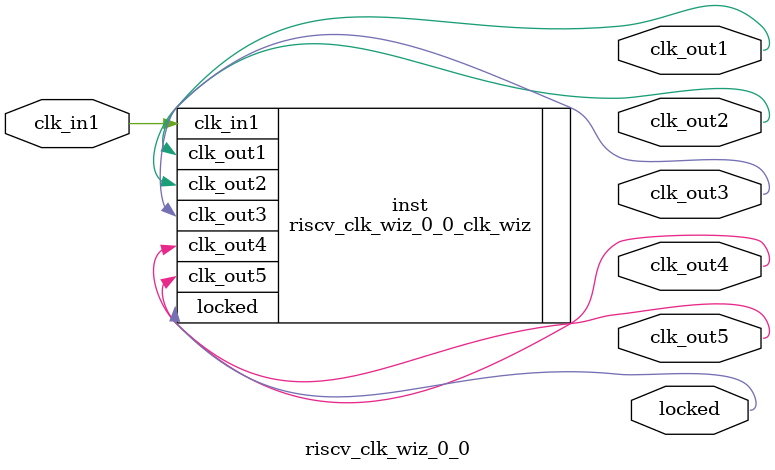
<source format=v>


`timescale 1ps/1ps

(* CORE_GENERATION_INFO = "riscv_clk_wiz_0_0,clk_wiz_v6_0_9_0_0,{component_name=riscv_clk_wiz_0_0,use_phase_alignment=true,use_min_o_jitter=false,use_max_i_jitter=false,use_dyn_phase_shift=false,use_inclk_switchover=false,use_dyn_reconfig=false,enable_axi=0,feedback_source=FDBK_AUTO,PRIMITIVE=MMCM,num_out_clk=5,clkin1_period=10.000,clkin2_period=10.000,use_power_down=false,use_reset=false,use_locked=true,use_inclk_stopped=false,feedback_type=SINGLE,CLOCK_MGR_TYPE=NA,manual_override=false}" *)

module riscv_clk_wiz_0_0 
 (
  // Clock out ports
  output        clk_out1,
  output        clk_out2,
  output        clk_out3,
  output        clk_out4,
  output        clk_out5,
  // Status and control signals
  output        locked,
 // Clock in ports
  input         clk_in1
 );

  riscv_clk_wiz_0_0_clk_wiz inst
  (
  // Clock out ports  
  .clk_out1(clk_out1),
  .clk_out2(clk_out2),
  .clk_out3(clk_out3),
  .clk_out4(clk_out4),
  .clk_out5(clk_out5),
  // Status and control signals               
  .locked(locked),
 // Clock in ports
  .clk_in1(clk_in1)
  );

endmodule

</source>
